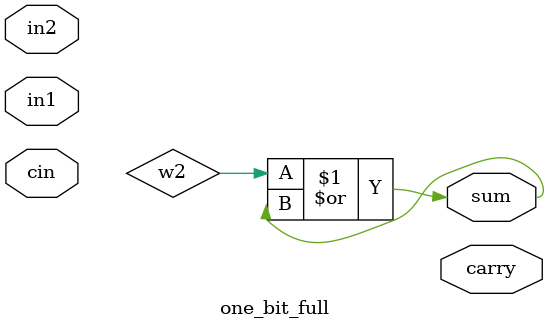
<source format=v>
`timescale 1ns / 1ps


module one_bit_full(
    input in1,
    input in2,
    input cin,
    output sum,
    output carry
    );
    
    wire w1,w2,w3;
    
     one_bit_half h1(in1.in1, in2.in2, carry.w1, sum.w2);
     one_bit_half h2(in1.in2, in2.carry, carry.cout, sum.sum);
     or G1(sum, w2, sum);
    
endmodule

</source>
